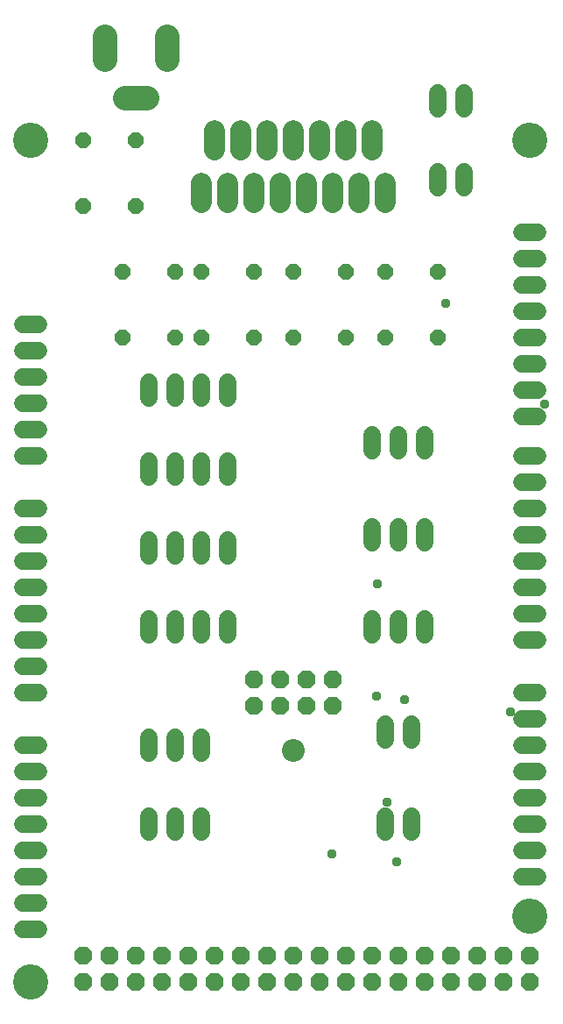
<source format=gbs>
G75*
%MOIN*%
%OFA0B0*%
%FSLAX25Y25*%
%IPPOS*%
%LPD*%
%AMOC8*
5,1,8,0,0,1.08239X$1,22.5*
%
%ADD10OC8,0.06000*%
%ADD11C,0.07887*%
%ADD12C,0.06800*%
%ADD13OC8,0.06800*%
%ADD14C,0.13398*%
%ADD15C,0.08674*%
%ADD16C,0.09400*%
%ADD17C,0.03778*%
D10*
X0050000Y0266250D03*
X0050000Y0291250D03*
X0055000Y0316250D03*
X0055000Y0341250D03*
X0035000Y0341250D03*
X0035000Y0316250D03*
X0070000Y0291250D03*
X0080000Y0291250D03*
X0080000Y0266250D03*
X0070000Y0266250D03*
X0100000Y0266250D03*
X0100000Y0291250D03*
X0115000Y0291250D03*
X0115000Y0266250D03*
X0135000Y0266250D03*
X0135000Y0291250D03*
X0150000Y0291250D03*
X0150000Y0266250D03*
X0170000Y0266250D03*
X0170000Y0291250D03*
D11*
X0150000Y0317707D02*
X0150000Y0324793D01*
X0145000Y0337707D02*
X0145000Y0344793D01*
X0135000Y0344793D02*
X0135000Y0337707D01*
X0130000Y0324793D02*
X0130000Y0317707D01*
X0140000Y0317707D02*
X0140000Y0324793D01*
X0125000Y0337707D02*
X0125000Y0344793D01*
X0115000Y0344793D02*
X0115000Y0337707D01*
X0110000Y0324793D02*
X0110000Y0317707D01*
X0100000Y0317707D02*
X0100000Y0324793D01*
X0095000Y0337707D02*
X0095000Y0344793D01*
X0085000Y0344793D02*
X0085000Y0337707D01*
X0080000Y0324793D02*
X0080000Y0317707D01*
X0090000Y0317707D02*
X0090000Y0324793D01*
X0105000Y0337707D02*
X0105000Y0344793D01*
X0120000Y0324793D02*
X0120000Y0317707D01*
D12*
X0090000Y0249250D02*
X0090000Y0243250D01*
X0080000Y0243250D02*
X0080000Y0249250D01*
X0070000Y0249250D02*
X0070000Y0243250D01*
X0060000Y0243250D02*
X0060000Y0249250D01*
X0060000Y0219250D02*
X0060000Y0213250D01*
X0070000Y0213250D02*
X0070000Y0219250D01*
X0080000Y0219250D02*
X0080000Y0213250D01*
X0090000Y0213250D02*
X0090000Y0219250D01*
X0090000Y0189250D02*
X0090000Y0183250D01*
X0080000Y0183250D02*
X0080000Y0189250D01*
X0070000Y0189250D02*
X0070000Y0183250D01*
X0060000Y0183250D02*
X0060000Y0189250D01*
X0060000Y0159250D02*
X0060000Y0153250D01*
X0070000Y0153250D02*
X0070000Y0159250D01*
X0080000Y0159250D02*
X0080000Y0153250D01*
X0090000Y0153250D02*
X0090000Y0159250D01*
X0080000Y0114250D02*
X0080000Y0108250D01*
X0070000Y0108250D02*
X0070000Y0114250D01*
X0060000Y0114250D02*
X0060000Y0108250D01*
X0060000Y0084250D02*
X0060000Y0078250D01*
X0070000Y0078250D02*
X0070000Y0084250D01*
X0080000Y0084250D02*
X0080000Y0078250D01*
X0018000Y0081250D02*
X0012000Y0081250D01*
X0012000Y0091250D02*
X0018000Y0091250D01*
X0018000Y0101250D02*
X0012000Y0101250D01*
X0012000Y0111250D02*
X0018000Y0111250D01*
X0018000Y0131250D02*
X0012000Y0131250D01*
X0012000Y0141250D02*
X0018000Y0141250D01*
X0018000Y0151250D02*
X0012000Y0151250D01*
X0012000Y0161250D02*
X0018000Y0161250D01*
X0018000Y0171250D02*
X0012000Y0171250D01*
X0012000Y0181250D02*
X0018000Y0181250D01*
X0018000Y0191250D02*
X0012000Y0191250D01*
X0012000Y0201250D02*
X0018000Y0201250D01*
X0018000Y0221250D02*
X0012000Y0221250D01*
X0012000Y0231250D02*
X0018000Y0231250D01*
X0018000Y0241250D02*
X0012000Y0241250D01*
X0012000Y0251250D02*
X0018000Y0251250D01*
X0018000Y0261250D02*
X0012000Y0261250D01*
X0012000Y0271250D02*
X0018000Y0271250D01*
X0018000Y0071250D02*
X0012000Y0071250D01*
X0012000Y0061250D02*
X0018000Y0061250D01*
X0018000Y0051250D02*
X0012000Y0051250D01*
X0012000Y0041250D02*
X0018000Y0041250D01*
X0145000Y0153250D02*
X0145000Y0159250D01*
X0155000Y0159250D02*
X0155000Y0153250D01*
X0165000Y0153250D02*
X0165000Y0159250D01*
X0165000Y0188250D02*
X0165000Y0194250D01*
X0155000Y0194250D02*
X0155000Y0188250D01*
X0145000Y0188250D02*
X0145000Y0194250D01*
X0145000Y0223250D02*
X0145000Y0229250D01*
X0155000Y0229250D02*
X0155000Y0223250D01*
X0165000Y0223250D02*
X0165000Y0229250D01*
X0202000Y0236250D02*
X0208000Y0236250D01*
X0208000Y0246250D02*
X0202000Y0246250D01*
X0202000Y0256250D02*
X0208000Y0256250D01*
X0208000Y0266250D02*
X0202000Y0266250D01*
X0202000Y0276250D02*
X0208000Y0276250D01*
X0208000Y0286250D02*
X0202000Y0286250D01*
X0202000Y0296250D02*
X0208000Y0296250D01*
X0208000Y0306250D02*
X0202000Y0306250D01*
X0180000Y0323250D02*
X0180000Y0329250D01*
X0170000Y0329250D02*
X0170000Y0323250D01*
X0170000Y0353250D02*
X0170000Y0359250D01*
X0180000Y0359250D02*
X0180000Y0353250D01*
X0202000Y0221250D02*
X0208000Y0221250D01*
X0208000Y0211250D02*
X0202000Y0211250D01*
X0202000Y0201250D02*
X0208000Y0201250D01*
X0208000Y0191250D02*
X0202000Y0191250D01*
X0202000Y0181250D02*
X0208000Y0181250D01*
X0208000Y0171250D02*
X0202000Y0171250D01*
X0202000Y0161250D02*
X0208000Y0161250D01*
X0208000Y0151250D02*
X0202000Y0151250D01*
X0202000Y0131250D02*
X0208000Y0131250D01*
X0208000Y0121250D02*
X0202000Y0121250D01*
X0202000Y0111250D02*
X0208000Y0111250D01*
X0208000Y0101250D02*
X0202000Y0101250D01*
X0202000Y0091250D02*
X0208000Y0091250D01*
X0208000Y0081250D02*
X0202000Y0081250D01*
X0202000Y0071250D02*
X0208000Y0071250D01*
X0208000Y0061250D02*
X0202000Y0061250D01*
X0160000Y0078250D02*
X0160000Y0084250D01*
X0150000Y0084250D02*
X0150000Y0078250D01*
X0150000Y0113250D02*
X0150000Y0119250D01*
X0160000Y0119250D02*
X0160000Y0113250D01*
D13*
X0130000Y0126250D03*
X0130000Y0136250D03*
X0120000Y0136250D03*
X0120000Y0126250D03*
X0110000Y0126250D03*
X0110000Y0136250D03*
X0100000Y0136250D03*
X0100000Y0126250D03*
X0095000Y0031250D03*
X0095000Y0021250D03*
X0085000Y0021250D03*
X0085000Y0031250D03*
X0075000Y0031250D03*
X0075000Y0021250D03*
X0065000Y0021250D03*
X0065000Y0031250D03*
X0055000Y0031250D03*
X0055000Y0021250D03*
X0045000Y0021250D03*
X0045000Y0031250D03*
X0035000Y0031250D03*
X0035000Y0021250D03*
X0105000Y0021250D03*
X0105000Y0031250D03*
X0115000Y0031250D03*
X0115000Y0021250D03*
X0125000Y0021250D03*
X0125000Y0031250D03*
X0135000Y0031250D03*
X0135000Y0021250D03*
X0145000Y0021250D03*
X0145000Y0031250D03*
X0155000Y0031250D03*
X0155000Y0021250D03*
X0165000Y0021250D03*
X0165000Y0031250D03*
X0175000Y0031250D03*
X0175000Y0021250D03*
X0185000Y0021250D03*
X0185000Y0031250D03*
X0195000Y0031250D03*
X0195000Y0021250D03*
X0205000Y0021250D03*
X0205000Y0031250D03*
D14*
X0015000Y0021250D03*
X0015000Y0341250D03*
X0205000Y0341250D03*
X0205000Y0046250D03*
D15*
X0115000Y0109250D03*
D16*
X0059300Y0357352D02*
X0050700Y0357352D01*
X0043189Y0371950D02*
X0043189Y0380550D01*
X0066811Y0380550D02*
X0066811Y0371950D01*
D17*
X0172800Y0279250D03*
X0210600Y0240850D03*
X0157200Y0128650D03*
X0146400Y0129850D03*
X0150600Y0089650D03*
X0154200Y0066850D03*
X0129600Y0069850D03*
X0147000Y0172450D03*
X0197400Y0123850D03*
M02*

</source>
